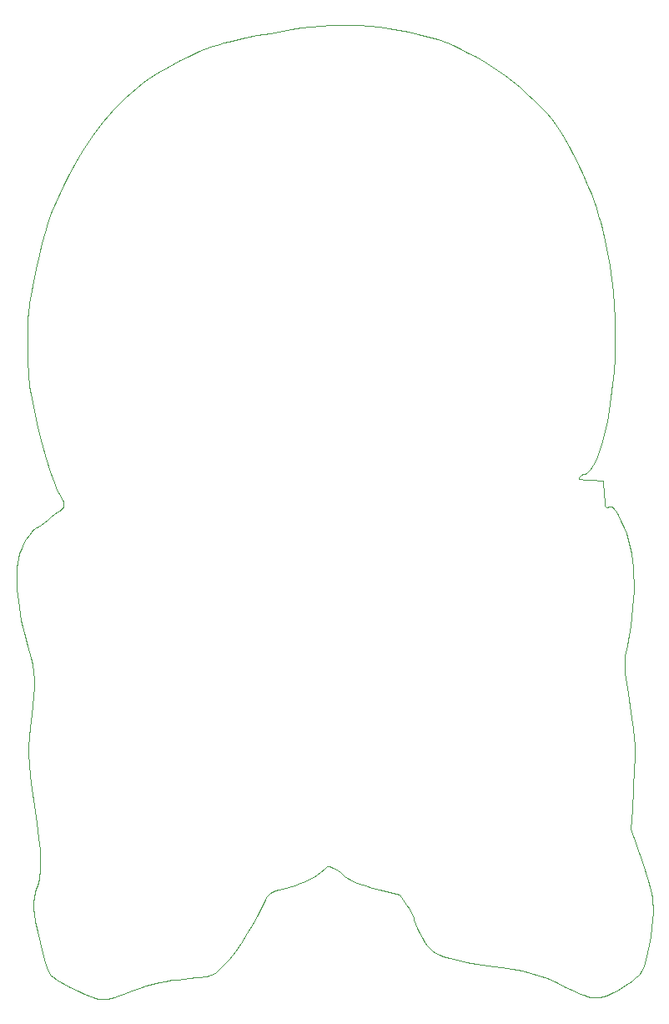
<source format=gbr>
G04 #@! TF.GenerationSoftware,KiCad,Pcbnew,(5.1.2)-1*
G04 #@! TF.CreationDate,2019-07-11T20:21:29-05:00*
G04 #@! TF.ProjectId,keanu-homeboy,6b65616e-752d-4686-9f6d-65626f792e6b,rev?*
G04 #@! TF.SameCoordinates,Original*
G04 #@! TF.FileFunction,Profile,NP*
%FSLAX46Y46*%
G04 Gerber Fmt 4.6, Leading zero omitted, Abs format (unit mm)*
G04 Created by KiCad (PCBNEW (5.1.2)-1) date 2019-07-11 20:21:29*
%MOMM*%
%LPD*%
G04 APERTURE LIST*
%ADD10C,0.100000*%
G04 APERTURE END LIST*
D10*
X-24285366Y-49323263D02*
X-24500759Y-49259732D01*
X-24500759Y-49259732D02*
X-24762871Y-49165364D01*
X-24762871Y-49165364D02*
X-25395564Y-48900630D01*
X-25395564Y-48900630D02*
X-26120078Y-48562077D01*
X-26120078Y-48562077D02*
X-26873049Y-48182723D01*
X-26873049Y-48182723D02*
X-27591108Y-47795587D01*
X-27591108Y-47795587D02*
X-28210891Y-47433684D01*
X-28210891Y-47433684D02*
X-28669029Y-47130033D01*
X-28669029Y-47130033D02*
X-28817680Y-47010370D01*
X-28817680Y-47010370D02*
X-28902158Y-46917651D01*
X-28902158Y-46917651D02*
X-28998911Y-46732210D01*
X-28998911Y-46732210D02*
X-29110138Y-46460825D01*
X-29110138Y-46460825D02*
X-29364576Y-45706446D01*
X-29364576Y-45706446D02*
X-29642606Y-44746964D01*
X-29642606Y-44746964D02*
X-29921361Y-43674827D01*
X-29921361Y-43674827D02*
X-30177975Y-42582485D01*
X-30177975Y-42582485D02*
X-30389581Y-41562385D01*
X-30389581Y-41562385D02*
X-30533314Y-40706977D01*
X-30533314Y-40706977D02*
X-30572582Y-40369922D01*
X-30572582Y-40369922D02*
X-30586306Y-40108709D01*
X-30586306Y-40108709D02*
X-30562267Y-39628145D01*
X-30562267Y-39628145D02*
X-30496815Y-39107160D01*
X-30496815Y-39107160D02*
X-30399945Y-38608546D01*
X-30399945Y-38608546D02*
X-30281652Y-38195097D01*
X-30281652Y-38195097D02*
X-30177555Y-37884422D01*
X-30177555Y-37884422D02*
X-30088443Y-37570060D01*
X-30088443Y-37570060D02*
X-30014447Y-37246659D01*
X-30014447Y-37246659D02*
X-29955698Y-36908870D01*
X-29955698Y-36908870D02*
X-29912328Y-36551342D01*
X-29912328Y-36551342D02*
X-29884467Y-36168726D01*
X-29884467Y-36168726D02*
X-29872247Y-35755670D01*
X-29872247Y-35755670D02*
X-29875799Y-35306825D01*
X-29875799Y-35306825D02*
X-29930742Y-34280366D01*
X-29930742Y-34280366D02*
X-30050345Y-33046547D01*
X-30050345Y-33046547D02*
X-30235657Y-31562566D01*
X-30235657Y-31562566D02*
X-30487727Y-29785622D01*
X-30487727Y-29785622D02*
X-30735532Y-28072938D01*
X-30735532Y-28072938D02*
X-30916899Y-26697965D01*
X-30916899Y-26697965D02*
X-31034378Y-25572069D01*
X-31034378Y-25572069D02*
X-31090520Y-24606616D01*
X-31090520Y-24606616D02*
X-31087876Y-23712972D01*
X-31087876Y-23712972D02*
X-31028996Y-22802504D01*
X-31028996Y-22802504D02*
X-30916430Y-21786578D01*
X-30916430Y-21786578D02*
X-30752730Y-20576560D01*
X-30752730Y-20576560D02*
X-30632063Y-19593636D01*
X-30632063Y-19593636D02*
X-30553728Y-18658874D01*
X-30553728Y-18658874D02*
X-30517654Y-17774362D01*
X-30517654Y-17774362D02*
X-30523770Y-16942190D01*
X-30523770Y-16942190D02*
X-30572008Y-16164448D01*
X-30572008Y-16164448D02*
X-30662294Y-15443223D01*
X-30662294Y-15443223D02*
X-30794561Y-14780606D01*
X-30794561Y-14780606D02*
X-30968736Y-14178685D01*
X-30968736Y-14178685D02*
X-31171698Y-13554785D01*
X-31171698Y-13554785D02*
X-31359463Y-12916944D01*
X-31359463Y-12916944D02*
X-31531555Y-12269063D01*
X-31531555Y-12269063D02*
X-31687497Y-11615047D01*
X-31687497Y-11615047D02*
X-31826813Y-10958796D01*
X-31826813Y-10958796D02*
X-31949025Y-10304214D01*
X-31949025Y-10304214D02*
X-32053657Y-9655201D01*
X-32053657Y-9655201D02*
X-32140233Y-9015662D01*
X-32140233Y-9015662D02*
X-32208275Y-8389498D01*
X-32208275Y-8389498D02*
X-32257307Y-7780611D01*
X-32257307Y-7780611D02*
X-32286853Y-7192904D01*
X-32286853Y-7192904D02*
X-32296434Y-6630278D01*
X-32296434Y-6630278D02*
X-32285576Y-6096638D01*
X-32285576Y-6096638D02*
X-32253801Y-5595883D01*
X-32253801Y-5595883D02*
X-32200631Y-5131918D01*
X-32200631Y-5131918D02*
X-32125592Y-4708644D01*
X-32125592Y-4708644D02*
X-31993315Y-4231292D01*
X-31993315Y-4231292D02*
X-31801945Y-3726086D01*
X-31801945Y-3726086D02*
X-31567237Y-3219736D01*
X-31567237Y-3219736D02*
X-31304945Y-2738948D01*
X-31304945Y-2738948D02*
X-31030826Y-2310431D01*
X-31030826Y-2310431D02*
X-30760634Y-1960893D01*
X-30760634Y-1960893D02*
X-30631935Y-1824086D01*
X-30631935Y-1824086D02*
X-30510126Y-1717040D01*
X-30510126Y-1717040D02*
X-30397176Y-1643093D01*
X-30397176Y-1643093D02*
X-30295056Y-1605582D01*
X-30295056Y-1605582D02*
X-30201007Y-1575924D01*
X-30201007Y-1575924D02*
X-30081861Y-1519398D01*
X-30081861Y-1519398D02*
X-29787694Y-1338943D01*
X-29787694Y-1338943D02*
X-29451381Y-1090620D01*
X-29451381Y-1090620D02*
X-29111749Y-800833D01*
X-29111749Y-800833D02*
X-28769875Y-499274D01*
X-28769875Y-499274D02*
X-28427458Y-218899D01*
X-28427458Y-218899D02*
X-28124257Y8992D01*
X-28124257Y8992D02*
X-27900032Y153096D01*
X-27900032Y153096D02*
X-27741517Y258328D01*
X-27741517Y258328D02*
X-27622311Y382347D01*
X-27622311Y382347D02*
X-27542605Y523592D01*
X-27542605Y523592D02*
X-27502590Y680503D01*
X-27502590Y680503D02*
X-27502458Y851519D01*
X-27502458Y851519D02*
X-27542398Y1035078D01*
X-27542398Y1035078D02*
X-27622602Y1229620D01*
X-27622602Y1229620D02*
X-27743262Y1433584D01*
X-27743262Y1433584D02*
X-27910071Y1710622D01*
X-27910071Y1710622D02*
X-28088146Y2063664D01*
X-28088146Y2063664D02*
X-28275880Y2487285D01*
X-28275880Y2487285D02*
X-28471663Y2976065D01*
X-28471663Y2976065D02*
X-28880941Y4127407D01*
X-28880941Y4127407D02*
X-29303111Y5474309D01*
X-29303111Y5474309D02*
X-29725302Y6973391D01*
X-29725302Y6973391D02*
X-30134643Y8581273D01*
X-30134643Y8581273D02*
X-30518266Y10254573D01*
X-30518266Y10254573D02*
X-30863298Y11949911D01*
X-30863298Y11949911D02*
X-30925581Y12340834D01*
X-30925581Y12340834D02*
X-30981223Y12815227D01*
X-30981223Y12815227D02*
X-31071971Y13964539D01*
X-31071971Y13964539D02*
X-31134318Y15298076D01*
X-31134318Y15298076D02*
X-31167040Y16716068D01*
X-31167040Y16716068D02*
X-31168914Y18118745D01*
X-31168914Y18118745D02*
X-31138715Y19406336D01*
X-31138715Y19406336D02*
X-31075220Y20479072D01*
X-31075220Y20479072D02*
X-31030605Y20903691D01*
X-31030605Y20903691D02*
X-30977206Y21237182D01*
X-30977206Y21237182D02*
X-30281609Y24693246D01*
X-30281609Y24693246D02*
X-29993515Y26077969D01*
X-29993515Y26077969D02*
X-29715171Y27288867D01*
X-29715171Y27288867D02*
X-29432457Y28369096D01*
X-29432457Y28369096D02*
X-29131257Y29361813D01*
X-29131257Y29361813D02*
X-28797451Y30310174D01*
X-28797451Y30310174D02*
X-28416921Y31257336D01*
X-28416921Y31257336D02*
X-27975551Y32246454D01*
X-27975551Y32246454D02*
X-27459220Y33320686D01*
X-27459220Y33320686D02*
X-27011951Y34199439D01*
X-27011951Y34199439D02*
X-26550674Y35052620D01*
X-26550674Y35052620D02*
X-26075922Y35879567D01*
X-26075922Y35879567D02*
X-25588230Y36679615D01*
X-25588230Y36679615D02*
X-25088129Y37452104D01*
X-25088129Y37452104D02*
X-24576153Y38196368D01*
X-24576153Y38196368D02*
X-24052834Y38911746D01*
X-24052834Y38911746D02*
X-23518707Y39597574D01*
X-23518707Y39597574D02*
X-22974303Y40253190D01*
X-22974303Y40253190D02*
X-22420156Y40877930D01*
X-22420156Y40877930D02*
X-21856799Y41471132D01*
X-21856799Y41471132D02*
X-21284766Y42032132D01*
X-21284766Y42032132D02*
X-20704588Y42560268D01*
X-20704588Y42560268D02*
X-20116799Y43054876D01*
X-20116799Y43054876D02*
X-19521933Y43515294D01*
X-19521933Y43515294D02*
X-18920522Y43940859D01*
X-18920522Y43940859D02*
X-17938782Y44571522D01*
X-17938782Y44571522D02*
X-16902369Y45178586D01*
X-16902369Y45178586D02*
X-15833861Y45751503D01*
X-15833861Y45751503D02*
X-14755835Y46279724D01*
X-14755835Y46279724D02*
X-13690868Y46752702D01*
X-13690868Y46752702D02*
X-12661539Y47159889D01*
X-12661539Y47159889D02*
X-11690425Y47490736D01*
X-11690425Y47490736D02*
X-11233754Y47624236D01*
X-11233754Y47624236D02*
X-10800104Y47734695D01*
X-10800104Y47734695D02*
X-9113856Y48107929D01*
X-9113856Y48107929D02*
X-7902937Y48340375D01*
X-7902937Y48340375D02*
X-6522911Y48571757D01*
X-6522911Y48571757D02*
X-4430097Y48942436D01*
X-4430097Y48942436D02*
X-3438585Y49104921D01*
X-3438585Y49104921D02*
X-2445734Y49234351D01*
X-2445734Y49234351D02*
X-1451830Y49330752D01*
X-1451830Y49330752D02*
X-457160Y49394146D01*
X-457160Y49394146D02*
X537990Y49424559D01*
X537990Y49424559D02*
X1533332Y49422016D01*
X1533332Y49422016D02*
X2528582Y49386540D01*
X2528582Y49386540D02*
X3523451Y49318156D01*
X3523451Y49318156D02*
X4517653Y49216888D01*
X4517653Y49216888D02*
X5510902Y49082762D01*
X5510902Y49082762D02*
X6502912Y48915801D01*
X6502912Y48915801D02*
X7493395Y48716029D01*
X7493395Y48716029D02*
X8482066Y48483472D01*
X8482066Y48483472D02*
X9468637Y48218154D01*
X9468637Y48218154D02*
X10452822Y47920099D01*
X10452822Y47920099D02*
X11434334Y47589331D01*
X11434334Y47589331D02*
X11978045Y47365170D01*
X11978045Y47365170D02*
X12679835Y47029048D01*
X12679835Y47029048D02*
X13487501Y46610279D01*
X13487501Y46610279D02*
X14348842Y46138179D01*
X14348842Y46138179D02*
X15211655Y45642063D01*
X15211655Y45642063D02*
X16023738Y45151244D01*
X16023738Y45151244D02*
X16732889Y44695038D01*
X16732889Y44695038D02*
X17286906Y44302760D01*
X17286906Y44302760D02*
X18012776Y43727319D01*
X18012776Y43727319D02*
X18753372Y43101062D01*
X18753372Y43101062D02*
X19488874Y42443193D01*
X19488874Y42443193D02*
X20199461Y41772917D01*
X20199461Y41772917D02*
X20865314Y41109440D01*
X20865314Y41109440D02*
X21466613Y40471968D01*
X21466613Y40471968D02*
X21983536Y39879705D01*
X21983536Y39879705D02*
X22396265Y39351857D01*
X22396265Y39351857D02*
X22744064Y38851573D01*
X22744064Y38851573D02*
X23093976Y38310118D01*
X23093976Y38310118D02*
X23444143Y37731625D01*
X23444143Y37731625D02*
X23792705Y37120230D01*
X23792705Y37120230D02*
X24137805Y36480067D01*
X24137805Y36480067D02*
X24477585Y35815272D01*
X24477585Y35815272D02*
X24810184Y35129979D01*
X24810184Y35129979D02*
X25133746Y34428323D01*
X25133746Y34428323D02*
X25746323Y32992464D01*
X25746323Y32992464D02*
X26031621Y32266529D01*
X26031621Y32266529D02*
X26300447Y31540772D01*
X26300447Y31540772D02*
X26550943Y30819326D01*
X26550943Y30819326D02*
X26781251Y30106327D01*
X26781251Y30106327D02*
X26989512Y29405909D01*
X26989512Y29405909D02*
X27173867Y28722208D01*
X27173867Y28722208D02*
X27458895Y27513111D01*
X27458895Y27513111D02*
X27707832Y26267353D01*
X27707832Y26267353D02*
X27920624Y24990235D01*
X27920624Y24990235D02*
X28097223Y23687055D01*
X28097223Y23687055D02*
X28237576Y22363112D01*
X28237576Y22363112D02*
X28341632Y21023707D01*
X28341632Y21023707D02*
X28409339Y19674137D01*
X28409339Y19674137D02*
X28440648Y18319702D01*
X28440648Y18319702D02*
X28435506Y16965702D01*
X28435506Y16965702D02*
X28393863Y15617435D01*
X28393863Y15617435D02*
X28315667Y14280200D01*
X28315667Y14280200D02*
X28200868Y12959298D01*
X28200868Y12959298D02*
X28049413Y11660027D01*
X28049413Y11660027D02*
X27861252Y10387686D01*
X27861252Y10387686D02*
X27636333Y9147574D01*
X27636333Y9147574D02*
X27374606Y7944991D01*
X27374606Y7944991D02*
X27155840Y7116879D01*
X27155840Y7116879D02*
X26908794Y6347036D01*
X26908794Y6347036D02*
X26641650Y5651536D01*
X26641650Y5651536D02*
X26362590Y5046450D01*
X26362590Y5046450D02*
X26079797Y4547850D01*
X26079797Y4547850D02*
X25939557Y4343505D01*
X25939557Y4343505D02*
X25801451Y4171808D01*
X25801451Y4171808D02*
X25666504Y4034769D01*
X25666504Y4034769D02*
X25535736Y3934397D01*
X25535736Y3934397D02*
X25410172Y3872700D01*
X25410172Y3872700D02*
X25290834Y3851688D01*
X25290834Y3851688D02*
X25199578Y3829469D01*
X25199578Y3829469D02*
X25089738Y3768972D01*
X25089738Y3768972D02*
X24975139Y3679437D01*
X24975139Y3679437D02*
X24869602Y3570102D01*
X24869602Y3570102D02*
X24812657Y3488420D01*
X24812657Y3488420D02*
X24796499Y3422452D01*
X24796499Y3422452D02*
X24828353Y3369952D01*
X24828353Y3369952D02*
X24915444Y3328672D01*
X24915444Y3328672D02*
X25064994Y3296366D01*
X25064994Y3296366D02*
X25284229Y3270787D01*
X25284229Y3270787D02*
X25960647Y3230822D01*
X25960647Y3230822D02*
X27285386Y3173122D01*
X27285386Y3173122D02*
X27341776Y1795926D01*
X27341776Y1795926D02*
X27382846Y1018333D01*
X27382846Y1018333D02*
X27411762Y777877D01*
X27411762Y777877D02*
X27453702Y617937D01*
X27453702Y617937D02*
X27514247Y524728D01*
X27514247Y524728D02*
X27598975Y484466D01*
X27598975Y484466D02*
X27713465Y483368D01*
X27713465Y483368D02*
X27863296Y507650D01*
X27863296Y507650D02*
X28007941Y524432D01*
X28007941Y524432D02*
X28135400Y506622D01*
X28135400Y506622D02*
X28255753Y441779D01*
X28255753Y441779D02*
X28379076Y317465D01*
X28379076Y317465D02*
X28515449Y121241D01*
X28515449Y121241D02*
X28674948Y-159332D01*
X28674948Y-159332D02*
X29103639Y-1023282D01*
X29103639Y-1023282D02*
X29358937Y-1600269D01*
X29358937Y-1600269D02*
X29585074Y-2203451D01*
X29585074Y-2203451D02*
X29782058Y-2832968D01*
X29782058Y-2832968D02*
X29949894Y-3488957D01*
X29949894Y-3488957D02*
X30088589Y-4171558D01*
X30088589Y-4171558D02*
X30198151Y-4880907D01*
X30198151Y-4880907D02*
X30278584Y-5617144D01*
X30278584Y-5617144D02*
X30329897Y-6380406D01*
X30329897Y-6380406D02*
X30352094Y-7170833D01*
X30352094Y-7170833D02*
X30345184Y-7988562D01*
X30345184Y-7988562D02*
X30309172Y-8833731D01*
X30309172Y-8833731D02*
X30244064Y-9706479D01*
X30244064Y-9706479D02*
X30149869Y-10606945D01*
X30149869Y-10606945D02*
X30026591Y-11535266D01*
X30026591Y-11535266D02*
X29874237Y-12491580D01*
X29874237Y-12491580D02*
X29692815Y-13476027D01*
X29692815Y-13476027D02*
X29483570Y-14616683D01*
X29483570Y-14616683D02*
X29431350Y-15050402D01*
X29431350Y-15050402D02*
X29414108Y-15459226D01*
X29414108Y-15459226D02*
X29431872Y-15892785D01*
X29431872Y-15892785D02*
X29484674Y-16400715D01*
X29484674Y-16400715D02*
X29695515Y-17838214D01*
X29695515Y-17838214D02*
X30153536Y-20895482D01*
X30153536Y-20895482D02*
X30297171Y-21990570D01*
X30297171Y-21990570D02*
X30392077Y-22889615D01*
X30392077Y-22889615D02*
X30444396Y-23662354D01*
X30444396Y-23662354D02*
X30460268Y-24378528D01*
X30460268Y-24378528D02*
X30445836Y-25107874D01*
X30445836Y-25107874D02*
X30407241Y-25920134D01*
X30407241Y-25920134D02*
X30171588Y-30173374D01*
X30171588Y-30173374D02*
X30064268Y-32112123D01*
X30064268Y-32112123D02*
X31188589Y-35504933D01*
X31188589Y-35504933D02*
X31807156Y-37416235D01*
X31807156Y-37416235D02*
X32004860Y-38094129D01*
X32004860Y-38094129D02*
X32142074Y-38651405D01*
X32142074Y-38651405D02*
X32229217Y-39136477D01*
X32229217Y-39136477D02*
X32276712Y-39597760D01*
X32276712Y-39597760D02*
X32294979Y-40083670D01*
X32294979Y-40083670D02*
X32294439Y-40642622D01*
X32294439Y-40642622D02*
X32262496Y-41390027D01*
X32262496Y-41390027D02*
X32186067Y-42206436D01*
X32186067Y-42206436D02*
X32072028Y-43055628D01*
X32072028Y-43055628D02*
X31927250Y-43901378D01*
X31927250Y-43901378D02*
X31758606Y-44707465D01*
X31758606Y-44707465D02*
X31572971Y-45437666D01*
X31572971Y-45437666D02*
X31377217Y-46055759D01*
X31377217Y-46055759D02*
X31277694Y-46311444D01*
X31277694Y-46311444D02*
X31178218Y-46525519D01*
X31178218Y-46525519D02*
X31084444Y-46676341D01*
X31084444Y-46676341D02*
X30952768Y-46841749D01*
X30952768Y-46841749D02*
X30786543Y-47018751D01*
X30786543Y-47018751D02*
X30589128Y-47204355D01*
X30589128Y-47204355D02*
X30114145Y-47589403D01*
X30114145Y-47589403D02*
X29554669Y-47972961D01*
X29554669Y-47972961D02*
X28648542Y-48527294D01*
X28648542Y-48527294D02*
X28255436Y-48746488D01*
X28255436Y-48746488D02*
X27893213Y-48927383D01*
X27893213Y-48927383D02*
X27555057Y-49070240D01*
X27555057Y-49070240D02*
X27234151Y-49175318D01*
X27234151Y-49175318D02*
X26923680Y-49242879D01*
X26923680Y-49242879D02*
X26616826Y-49273184D01*
X26616826Y-49273184D02*
X26306773Y-49266494D01*
X26306773Y-49266494D02*
X25986705Y-49223069D01*
X25986705Y-49223069D02*
X25649806Y-49143172D01*
X25649806Y-49143172D02*
X25289258Y-49027062D01*
X25289258Y-49027062D02*
X24898247Y-48875000D01*
X24898247Y-48875000D02*
X24469955Y-48687248D01*
X24469955Y-48687248D02*
X23474263Y-48205716D01*
X23474263Y-48205716D02*
X22489189Y-47727565D01*
X22489189Y-47727565D02*
X21597838Y-47333092D01*
X21597838Y-47333092D02*
X20753497Y-47009126D01*
X20753497Y-47009126D02*
X19909453Y-46742492D01*
X19909453Y-46742492D02*
X19018990Y-46520020D01*
X19018990Y-46520020D02*
X18035395Y-46328537D01*
X18035395Y-46328537D02*
X16911955Y-46154871D01*
X16911955Y-46154871D02*
X15601956Y-45985849D01*
X15601956Y-45985849D02*
X14394887Y-45826315D01*
X14394887Y-45826315D02*
X13337442Y-45655814D01*
X13337442Y-45655814D02*
X12420345Y-45471659D01*
X12420345Y-45471659D02*
X11634322Y-45271164D01*
X11634322Y-45271164D02*
X10970098Y-45051643D01*
X10970098Y-45051643D02*
X10680762Y-44933909D01*
X10680762Y-44933909D02*
X10418398Y-44810410D01*
X10418398Y-44810410D02*
X10181847Y-44680812D01*
X10181847Y-44680812D02*
X9969948Y-44544779D01*
X9969948Y-44544779D02*
X9781543Y-44401975D01*
X9781543Y-44401975D02*
X9615473Y-44252064D01*
X9615473Y-44252064D02*
X9394202Y-43988613D01*
X9394202Y-43988613D02*
X9139443Y-43614839D01*
X9139443Y-43614839D02*
X8870608Y-43167994D01*
X8870608Y-43167994D02*
X8607107Y-42685330D01*
X8607107Y-42685330D02*
X8368351Y-42204097D01*
X8368351Y-42204097D02*
X8173750Y-41761547D01*
X8173750Y-41761547D02*
X8042715Y-41394932D01*
X8042715Y-41394932D02*
X8007101Y-41251741D01*
X8007101Y-41251741D02*
X7994657Y-41141503D01*
X7994657Y-41141503D02*
X7980476Y-41065390D01*
X7980476Y-41065390D02*
X7939892Y-40954667D01*
X7939892Y-40954667D02*
X7790895Y-40650445D01*
X7790895Y-40650445D02*
X7570421Y-40270942D01*
X7570421Y-40270942D02*
X7301222Y-39858264D01*
X7301222Y-39858264D02*
X6607943Y-38851650D01*
X6607943Y-38851650D02*
X4538503Y-38316700D01*
X4538503Y-38316700D02*
X3755525Y-38106274D01*
X3755525Y-38106274D02*
X3080406Y-37906620D01*
X3080406Y-37906620D02*
X2503574Y-37713661D01*
X2503574Y-37713661D02*
X2015455Y-37523317D01*
X2015455Y-37523317D02*
X1606475Y-37331510D01*
X1606475Y-37331510D02*
X1267062Y-37134162D01*
X1267062Y-37134162D02*
X987643Y-36927195D01*
X987643Y-36927195D02*
X758643Y-36706531D01*
X758643Y-36706531D02*
X576733Y-36536315D01*
X576733Y-36536315D02*
X342605Y-36361649D01*
X342605Y-36361649D02*
X86452Y-36203056D01*
X86452Y-36203056D02*
X-161535Y-36081055D01*
X-161535Y-36081055D02*
X-340542Y-36011786D01*
X-340542Y-36011786D02*
X-491304Y-35970017D01*
X-491304Y-35970017D02*
X-625903Y-35959813D01*
X-625903Y-35959813D02*
X-756419Y-35985242D01*
X-756419Y-35985242D02*
X-894934Y-36050369D01*
X-894934Y-36050369D02*
X-1053528Y-36159261D01*
X-1053528Y-36159261D02*
X-1479279Y-36524602D01*
X-1479279Y-36524602D02*
X-1790935Y-36778065D01*
X-1790935Y-36778065D02*
X-2151748Y-37020081D01*
X-2151748Y-37020081D02*
X-2560593Y-37250154D01*
X-2560593Y-37250154D02*
X-3016345Y-37467789D01*
X-3016345Y-37467789D02*
X-3517881Y-37672488D01*
X-3517881Y-37672488D02*
X-4064075Y-37863757D01*
X-4064075Y-37863757D02*
X-4653804Y-38041099D01*
X-4653804Y-38041099D02*
X-5285944Y-38204018D01*
X-5285944Y-38204018D02*
X-5705332Y-38312457D01*
X-5705332Y-38312457D02*
X-6049867Y-38424333D01*
X-6049867Y-38424333D02*
X-6331500Y-38548794D01*
X-6331500Y-38548794D02*
X-6562180Y-38694985D01*
X-6562180Y-38694985D02*
X-6753860Y-38872052D01*
X-6753860Y-38872052D02*
X-6918487Y-39089140D01*
X-6918487Y-39089140D02*
X-7068014Y-39355396D01*
X-7068014Y-39355396D02*
X-7214390Y-39679965D01*
X-7214390Y-39679965D02*
X-7447127Y-40157740D01*
X-7447127Y-40157740D02*
X-7843818Y-40890301D01*
X-7843818Y-40890301D02*
X-8348928Y-41777874D01*
X-8348928Y-41777874D02*
X-8906922Y-42720686D01*
X-8906922Y-42720686D02*
X-9523772Y-43696386D01*
X-9523772Y-43696386D02*
X-10129751Y-44565146D01*
X-10129751Y-44565146D02*
X-10718336Y-45320185D01*
X-10718336Y-45320185D02*
X-11004066Y-45652940D01*
X-11004066Y-45652940D02*
X-11283000Y-45954723D01*
X-11283000Y-45954723D02*
X-11554323Y-46224686D01*
X-11554323Y-46224686D02*
X-11817219Y-46461982D01*
X-11817219Y-46461982D02*
X-12070873Y-46665762D01*
X-12070873Y-46665762D02*
X-12314468Y-46835179D01*
X-12314468Y-46835179D02*
X-12547189Y-46969387D01*
X-12547189Y-46969387D02*
X-12768221Y-47067536D01*
X-12768221Y-47067536D02*
X-12976747Y-47128781D01*
X-12976747Y-47128781D02*
X-13171953Y-47152273D01*
X-13171953Y-47152273D02*
X-13712549Y-47179092D01*
X-13712549Y-47179092D02*
X-14107252Y-47223453D01*
X-14107252Y-47223453D02*
X-14767980Y-47305447D01*
X-14767980Y-47305447D02*
X-15948160Y-47423487D01*
X-15948160Y-47423487D02*
X-16561142Y-47493414D01*
X-16561142Y-47493414D02*
X-17174396Y-47590738D01*
X-17174396Y-47590738D02*
X-17798126Y-47718215D01*
X-17798126Y-47718215D02*
X-18442537Y-47878603D01*
X-18442537Y-47878603D02*
X-19117833Y-48074657D01*
X-19117833Y-48074657D02*
X-19834220Y-48309135D01*
X-19834220Y-48309135D02*
X-20601900Y-48584793D01*
X-20601900Y-48584793D02*
X-21431080Y-48904387D01*
X-21431080Y-48904387D02*
X-21905535Y-49084531D01*
X-21905535Y-49084531D02*
X-22325262Y-49225067D01*
X-22325262Y-49225067D02*
X-22700821Y-49327546D01*
X-22700821Y-49327546D02*
X-23042772Y-49393517D01*
X-23042772Y-49393517D02*
X-23361674Y-49424530D01*
X-23361674Y-49424530D02*
X-23668087Y-49422134D01*
X-23668087Y-49422134D02*
X-23972572Y-49387880D01*
X-23972572Y-49387880D02*
X-24285688Y-49323317D01*
X-24285688Y-49323317D02*
X-24285366Y-49323263D01*
X-24285366Y-49323263D02*
X-24285366Y-49323263D01*
M02*

</source>
